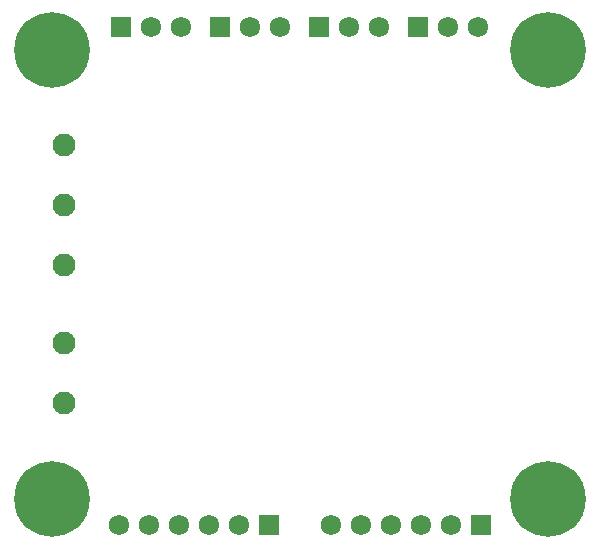
<source format=gbr>
%TF.GenerationSoftware,KiCad,Pcbnew,(6.0.7)*%
%TF.CreationDate,2022-10-13T18:06:46+02:00*%
%TF.ProjectId,TMC6300-dev,544d4336-3330-4302-9d64-65762e6b6963,rev?*%
%TF.SameCoordinates,Original*%
%TF.FileFunction,Soldermask,Bot*%
%TF.FilePolarity,Negative*%
%FSLAX46Y46*%
G04 Gerber Fmt 4.6, Leading zero omitted, Abs format (unit mm)*
G04 Created by KiCad (PCBNEW (6.0.7)) date 2022-10-13 18:06:46*
%MOMM*%
%LPD*%
G01*
G04 APERTURE LIST*
%ADD10C,0.800000*%
%ADD11C,6.400000*%
%ADD12R,1.725000X1.725000*%
%ADD13C,1.725000*%
%ADD14C,1.950000*%
G04 APERTURE END LIST*
D10*
%TO.C,H103*%
X176600000Y-119000000D03*
X179000000Y-121400000D03*
X177302944Y-120697056D03*
X180697056Y-117302944D03*
D11*
X179000000Y-119000000D03*
D10*
X177302944Y-117302944D03*
X179000000Y-116600000D03*
X180697056Y-120697056D03*
X181400000Y-119000000D03*
%TD*%
%TO.C,H104*%
X179000000Y-78600000D03*
X177302944Y-82697056D03*
X177302944Y-79302944D03*
D11*
X179000000Y-81000000D03*
D10*
X180697056Y-82697056D03*
X181400000Y-81000000D03*
X176600000Y-81000000D03*
X179000000Y-83400000D03*
X180697056Y-79302944D03*
%TD*%
D12*
%TO.C,J104*%
X142800000Y-79000000D03*
D13*
X145340000Y-79000000D03*
X147880000Y-79000000D03*
%TD*%
D12*
%TO.C,J101*%
X168000000Y-79000000D03*
D13*
X170540000Y-79000000D03*
X173080000Y-79000000D03*
%TD*%
D14*
%TO.C,J107*%
X138000000Y-105760000D03*
X138000000Y-110840000D03*
%TD*%
D12*
%TO.C,J106*%
X155400000Y-121200000D03*
D13*
X152860000Y-121200000D03*
X150320000Y-121200000D03*
X147780000Y-121200000D03*
X145240000Y-121200000D03*
X142700000Y-121200000D03*
%TD*%
D14*
%TO.C,J105*%
X138000000Y-99180000D03*
X138000000Y-94100000D03*
X138000000Y-89020000D03*
%TD*%
D12*
%TO.C,J103*%
X151200000Y-79000000D03*
D13*
X153740000Y-79000000D03*
X156280000Y-79000000D03*
%TD*%
D11*
%TO.C,H102*%
X137000000Y-119000000D03*
D10*
X137000000Y-121400000D03*
X138697056Y-117302944D03*
X135302944Y-120697056D03*
X139400000Y-119000000D03*
X135302944Y-117302944D03*
X138697056Y-120697056D03*
X134600000Y-119000000D03*
X137000000Y-116600000D03*
%TD*%
%TO.C,H101*%
X138697056Y-79302944D03*
X135302944Y-79302944D03*
X134600000Y-81000000D03*
X135302944Y-82697056D03*
X139400000Y-81000000D03*
X137000000Y-78600000D03*
X138697056Y-82697056D03*
D11*
X137000000Y-81000000D03*
D10*
X137000000Y-83400000D03*
%TD*%
D12*
%TO.C,J102*%
X159600000Y-79000000D03*
D13*
X162140000Y-79000000D03*
X164680000Y-79000000D03*
%TD*%
D12*
%TO.C,J108*%
X173300000Y-121200000D03*
D13*
X170760000Y-121200000D03*
X168220000Y-121200000D03*
X165680000Y-121200000D03*
X163140000Y-121200000D03*
X160600000Y-121200000D03*
%TD*%
M02*

</source>
